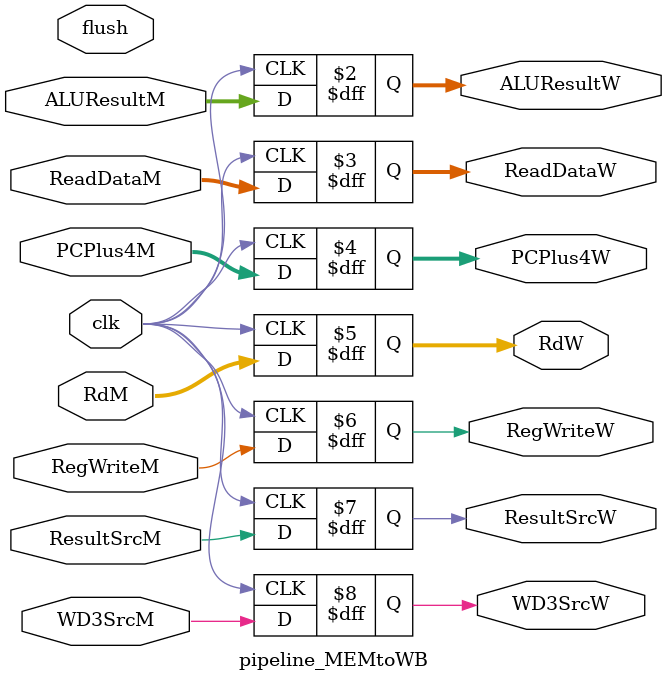
<source format=sv>
module pipeline_MEMtoWB #(
    parameter WIDTH = 32
)(
    //data path
    //Memory stage
    input logic     clk,
    input logic [WIDTH-1:0] ALUResultM,
    input logic [WIDTH-1:0] ReadDataM,
    input logic [WIDTH-1:0] PCPlus4M,
    input logic [4:0]       RdM,
    //writeback stage
    output logic [WIDTH-1:0] ALUResultW,
    output logic [WIDTH-1:0] ReadDataW,
    output logic [WIDTH-1:0] PCPlus4W,
    output logic [4:0]       RdW,

    //Control path
    
    //Memory stage
    input logic RegWriteM,
    input logic ResultSrcM,
    input logic WD3SrcM,


    //Writeback stage
    output logic RegWriteW,
    output logic ResultSrcW, 
    output logic WD3SrcW,


    //hazard detection
    input logic flush
);

always_ff @ (posedge clk) begin
    //Control Unit
    ResultSrcW <= ResultSrcM;
    RegWriteW <= RegWriteM;
    WD3SrcW <= WD3SrcM;

    //Data path
    ALUResultW <= ALUResultM;
    ReadDataW <= ReadDataM;
    PCPlus4W <= PCPlus4M;
    RdW <= RdM;
end

endmodule

</source>
